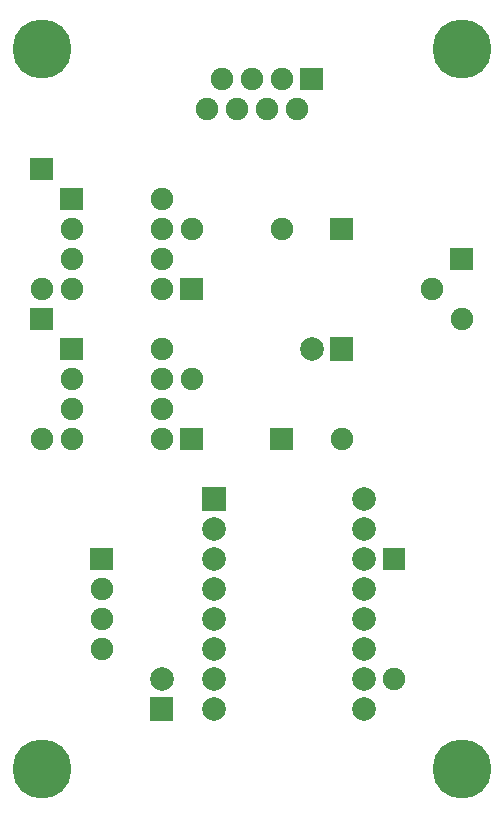
<source format=gbr>
G04 start of page 2 for group 0 idx 0 *
G04 Title: driver, top *
G04 Creator: pcb 20140316 *
G04 CreationDate: Sat 06 Feb 2016 05:28:38 PM GMT UTC *
G04 For: rxdtxd *
G04 Format: Gerber/RS-274X *
G04 PCB-Dimensions (mil): 1800.00 3000.00 *
G04 PCB-Coordinate-Origin: lower left *
%MOIN*%
%FSLAX25Y25*%
%LNTOP*%
%ADD18C,0.0630*%
%ADD17C,0.0394*%
%ADD16C,0.0315*%
%ADD15C,0.1181*%
%ADD14C,0.1969*%
%ADD13C,0.0787*%
%ADD12C,0.0750*%
%ADD11C,0.0001*%
G54D11*G36*
X116250Y203750D02*Y196250D01*
X123750D01*
Y203750D01*
X116250D01*
G37*
G54D12*X100000Y200000D03*
G54D11*G36*
X96250Y133750D02*Y126250D01*
X103750D01*
Y133750D01*
X96250D01*
G37*
G54D12*X120000Y130000D03*
G54D13*X110000Y160000D03*
G54D11*G36*
X116063Y163937D02*Y156063D01*
X123937D01*
Y163937D01*
X116063D01*
G37*
G36*
X156250Y193750D02*Y186250D01*
X163750D01*
Y193750D01*
X156250D01*
G37*
G54D12*X150000Y180000D03*
X160000Y170000D03*
G54D13*X127500Y40000D03*
Y50000D03*
G54D12*X137500D03*
G54D13*X127500Y60000D03*
Y70000D03*
Y80000D03*
Y90000D03*
Y100000D03*
Y110000D03*
G54D11*G36*
X133750Y93750D02*Y86250D01*
X141250D01*
Y93750D01*
X133750D01*
G37*
G54D12*X95000Y240000D03*
X90000Y250000D03*
X85000Y240000D03*
X80000Y250000D03*
G54D11*G36*
X106250Y253750D02*Y246250D01*
X113750D01*
Y253750D01*
X106250D01*
G37*
G54D12*X105000Y240000D03*
X100000Y250000D03*
X75000Y240000D03*
X70000Y200000D03*
G54D11*G36*
X26250Y213750D02*Y206250D01*
X33750D01*
Y213750D01*
X26250D01*
G37*
G54D12*X30000Y200000D03*
Y190000D03*
X60000Y200000D03*
Y210000D03*
G54D11*G36*
X16250Y223750D02*Y216250D01*
X23750D01*
Y223750D01*
X16250D01*
G37*
G36*
X66250Y183750D02*Y176250D01*
X73750D01*
Y183750D01*
X66250D01*
G37*
G54D12*X60000Y180000D03*
Y190000D03*
X30000Y180000D03*
G54D11*G36*
X26250Y163750D02*Y156250D01*
X33750D01*
Y163750D01*
X26250D01*
G37*
G54D12*X30000Y150000D03*
Y140000D03*
Y130000D03*
G54D11*G36*
X16250Y173750D02*Y166250D01*
X23750D01*
Y173750D01*
X16250D01*
G37*
G54D12*X20000Y180000D03*
X60000Y130000D03*
Y140000D03*
Y150000D03*
Y160000D03*
X70000Y150000D03*
X20000Y130000D03*
G54D11*G36*
X66250Y133750D02*Y126250D01*
X73750D01*
Y133750D01*
X66250D01*
G37*
G36*
X73563Y113937D02*Y106063D01*
X81437D01*
Y113937D01*
X73563D01*
G37*
G36*
X36250Y93750D02*Y86250D01*
X43750D01*
Y93750D01*
X36250D01*
G37*
G54D12*X40000Y80000D03*
Y70000D03*
Y60000D03*
G54D13*X77500Y100000D03*
Y90000D03*
Y80000D03*
Y70000D03*
Y60000D03*
Y50000D03*
Y40000D03*
G54D11*G36*
X56063Y43937D02*Y36063D01*
X63937D01*
Y43937D01*
X56063D01*
G37*
G54D13*X60000Y50000D03*
G54D14*X160000Y260000D03*
X20000D03*
Y20000D03*
X160000D03*
G54D15*G54D16*G54D17*G54D16*G54D18*G54D16*M02*

</source>
